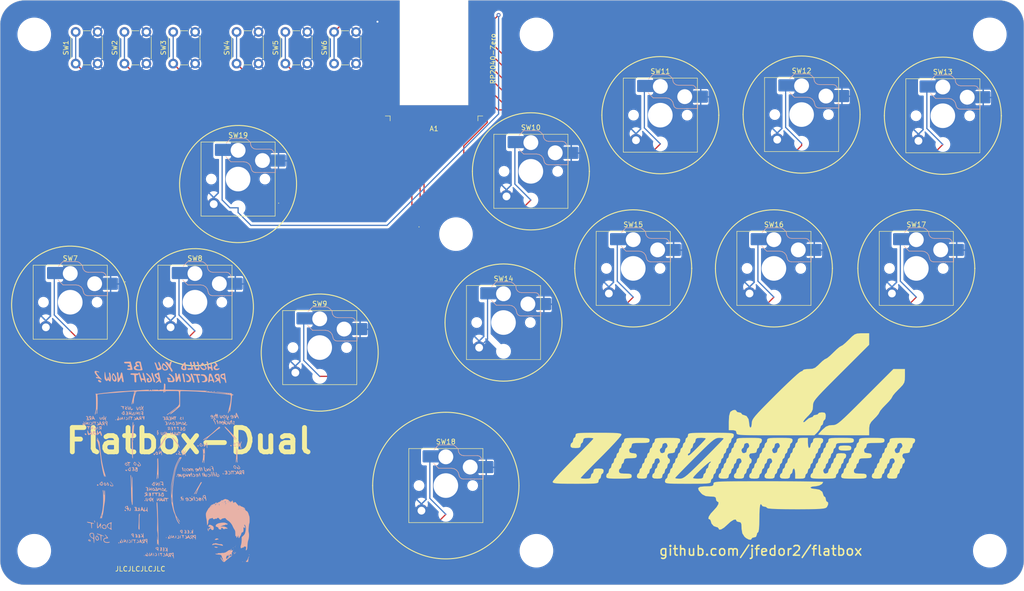
<source format=kicad_pcb>
(kicad_pcb (version 20221018) (generator pcbnew)
  (layers (0 "F.Cu" signal) (31 "B.Cu" signal) (34 "B.Paste" user) (35 "F.Paste" user) (36 "B.SilkS" user "B.Silkscreen") (37 "F.SilkS" user "F.Silkscreen") (38 "B.Mask" user) (39 "F.Mask" user) (44 "Edge.Cuts" user))
  (net 0 "")
  (net 1 "GND")
  (net 2 "LEFT")
  (net 3 "DOWN")
  (net 4 "RIGHT")
  (net 5 "UP")
  (net 6 "L1")
  (net 7 "R1")
  (net 8 "TRIANGLE")
  (net 9 "SQUARE")
  (net 10 "CIRCLE")
  (net 11 "CROSS")
  (net 12 "R2")
  (net 13 "L2")
  (net 14 "OPT1")
  (net 15 "OPT2")
  (net 16 "OPT3")
  (net 17 "OPT4")
  (net 18 "OPT5")
  (net 19 "OPT6")
  (net 23 "UP\\action")
  (footprint "PCM_Switch_Keyboard_Hotswap_Kailh:SW_Hotswap_Kailh_Choc_V1V2_Plated" (layer "F.Cu") (at 79.96535 91.98315)
    (fp_text reference "SW8")
    (fp_text value "SW_Push")
  )
  (footprint "PCM_Switch_Keyboard_Hotswap_Kailh:SW_Hotswap_Kailh_Choc_V1V2_Plated" (layer "F.Cu") (at 105.551488 101.29307)
    (fp_text reference "SW9")
    (fp_text value "SW_Push")
  )
  (footprint "PCM_Switch_Keyboard_Hotswap_Kailh:SW_Hotswap_Kailh_Choc_V1V2_Plated" (layer "F.Cu") (at 131.42 129.62)
    (fp_text reference "SW18")
    (fp_text value "SW_Push")
  )
  (footprint "PCM_Switch_Keyboard_Hotswap_Kailh:SW_Hotswap_Kailh_Choc_V1V2_Plated" (layer "F.Cu") (at 148.86 65.11)
    (fp_text reference "SW10")
    (fp_text value "SW_Push")
  )
  (footprint "PCM_Switch_Keyboard_Hotswap_Kailh:SW_Hotswap_Kailh_Choc_V1V2_Plated" (layer "F.Cu") (at 175.42 53.58)
    (fp_text reference "SW11")
    (fp_text value "SW_Push")
  )
  (footprint "PCM_Switch_Keyboard_Hotswap_Kailh:SW_Hotswap_Kailh_Choc_V1V2_Plated" (layer "F.Cu") (at 204.39 53.46)
    (fp_text reference "SW12")
    (fp_text value "SW_Push")
  )
  (footprint "PCM_Switch_Keyboard_Hotswap_Kailh:SW_Hotswap_Kailh_Choc_V1V2_Plated" (layer "F.Cu") (at 233.36 53.7)
    (fp_text reference "SW13")
    (fp_text value "SW_Push")
  )
  (footprint "PCM_Switch_Keyboard_Hotswap_Kailh:SW_Hotswap_Kailh_Choc_V1V2_Plated" (layer "F.Cu") (at 143.25 96.15)
    (fp_text reference "SW14")
    (fp_text value "SW_Push")
  )
  (footprint "PCM_Switch_Keyboard_Hotswap_Kailh:SW_Hotswap_Kailh_Choc_V1V2_Plated" (layer "F.Cu") (at 169.86 85.04)
    (fp_text reference "SW15")
    (fp_text value "SW_Push")
  )
  (footprint "PCM_Switch_Keyboard_Hotswap_Kailh:SW_Hotswap_Kailh_Choc_V1V2_Plated" (layer "F.Cu") (at 198.71 85.04)
    (fp_text reference "SW16")
    (fp_text value "SW_Push")
  )
  (footprint "PCM_Switch_Keyboard_Hotswap_Kailh:SW_Hotswap_Kailh_Choc_V1V2_Plated" (layer "F.Cu") (at 227.92 85.04)
    (fp_text reference "SW17")
    (fp_text value "SW_Push")
  )
  (footprint "MountingHole:MountingHole_6.4mm_M6" (layer "F.Cu") (at 47 37)
    (fp_text reference "H1" hide)
    (fp_text value "MountingHole")
  )
  (footprint "MountingHole:MountingHole_6.4mm_M6" (layer "F.Cu") (at 47 143)
    (fp_text reference "H4" hide)
    (fp_text value "MountingHole")
  )
  (footprint "MountingHole:MountingHole_6.4mm_M6" (layer "F.Cu") (at 243 143)
    (fp_text reference "H6" hide)
    (fp_text value "MountingHole")
  )
  (footprint "MountingHole:MountingHole_6.4mm_M6" (layer "F.Cu") (at 243 37)
    (fp_text reference "H3" hide)
    (fp_text value "MountingHole")
  )
  (footprint "PCM_Switch_Keyboard_Hotswap_Kailh:SW_Hotswap_Kailh_Choc_V1V2_Plated" (layer "F.Cu") (at 54.385121 91.98315)
    (fp_text reference "SW7")
    (fp_text value "SW_Push")
  )
  (footprint "MountingHole:MountingHole_6.4mm_M6" (layer "F.Cu") (at 150 37)
    (fp_text reference "H2" hide)
    (fp_text value "MountingHole")
  )
  (footprint "Button_Switch_THT:SW_PUSH_6mm_H5mm" (layer "F.Cu") (at 88.5 43 90)
    (fp_text reference "SW4")
    (fp_text value "SW_Push")
  )
  (footprint "Button_Switch_THT:SW_PUSH_6mm_H5mm" (layer "F.Cu") (at 65.5 43 90)
    (fp_text reference "SW2")
    (fp_text value "SW_Push")
  )
  (footprint "Button_Switch_THT:SW_PUSH_6mm_H5mm" (layer "F.Cu") (at 98.5 43 90)
    (fp_text reference "SW5")
    (fp_text value "SW_Push")
  )
  (footprint "Button_Switch_THT:SW_PUSH_6mm_H5mm" (layer "F.Cu") (at 55.5 43 90)
    (fp_text reference "SW1")
    (fp_text value "SW_Push")
  )
  (footprint "Button_Switch_THT:SW_PUSH_6mm_H5mm" (layer "F.Cu") (at 75.5 43 90)
    (fp_text reference "SW3")
    (fp_text value "SW_Push")
  )
  (footprint "Button_Switch_THT:SW_PUSH_6mm_H5mm" (layer "F.Cu") (at 108.5 43 90)
    (fp_text reference "SW6")
    (fp_text value "SW_Push")
  )
  (footprint "MountingHole:MountingHole_6.4mm_M6" (layer "F.Cu") (at 133.5 78)
    (fp_text reference "H7" hide)
    (fp_text value "MountingHole")
  )
  (footprint "MountingHole:MountingHole_6.4mm_M6" (layer "F.Cu") (at 150 143)
    (fp_text reference "H5" hide)
    (fp_text value "MountingHole")
  )
  (footprint "RP2040-Zero:RP2040-Zero" (layer "F.Cu") (at 129 42)
    (fp_text reference "A1")
    (fp_text value "RP2040-Zero")
  )
  (footprint "LOGO" (layer "F.Cu") (at 190.5 121.92)
    (fp_text reference "G***" hide)
    (fp_text value "LOGO" hide)
  )
  (footprint "PCM_Switch_Keyboard_Hotswap_Kailh:SW_Hotswap_Kailh_Choc_V1V2_Plated" (layer "F.Cu") (at 88.811691 66.698889)
    (fp_text reference "SW19")
    (fp_text value "SW_Push")
  )
  (footprint "LOGO" (layer "B.Cu") (at 73.66 124.46 180)
    (fp_text reference "G***" hide)
    (fp_text value "LOGO" hide)
  )
  (gr_line (start 216.382567 53.463258) (end 216.382567 53.463258) (stroke (width 0.2)) (layer "F.SilkS"))
  (gr_line (start 245.355098 53.699766) (end 245.355098 53.699766) (stroke (width 0.2)) (layer "F.SilkS"))
  (gr_curve (pts (xy 68.689181 88.90075) (xy 70.158811 84.862974) (xy 73.665117 81.913834) (xy 77.887306 81.164244)) (stroke (width 0.2)) (layer "F.SilkS"))
  (gr_curve (pts (xy 89.158672 85.266686) (xy 91.911229 88.554874) (xy 92.701546 93.067857) (xy 91.231914 97.105635)) (stroke (width 0.2)) (layer "F.SilkS"))
  (gr_curve (pts (xy 181.412661 63.9974) (xy 177.701476 66.145857) (xy 173.129108 66.145857) (xy 169.417923 63.9974)) (stroke (width 0.2)) (layer "F.SilkS"))
  (gr_curve (pts (xy 233.918028 74.621539) (xy 237.629213 76.769996) (xy 239.915397 80.740507) (xy 239.915397 85.037421)) (stroke (width 0.2)) (layer "F.SilkS"))
  (gr_line (start 187.41003 53.581518) (end 187.41003 53.581518) (stroke (width 0.2)) (layer "F.SilkS"))
  (gr_curve (pts (xy 233.918028 95.453303) (xy 230.206843 97.601759) (xy 225.634475 97.601759) (xy 221.92329 95.453303)) (stroke (width 0.2)) (layer "F.SilkS"))
  (gr_curve (pts (xy 123.913745 142.649412) (xy 119.271238 139.9618) (xy 116.411337 134.994889) (xy 116.411337 129.619665)) (stroke (width 0.2)) (layer "F.SilkS"))
  (gr_curve (pts (xy 204.70893 95.453303) (xy 200.997745 97.601759) (xy 196.425377 97.601759) (xy 192.714192 95.453303)) (stroke (width 0.2)) (layer "F.SilkS"))
  (gr_curve (pts (xy 192.714192 74.621539) (xy 196.425377 72.473082) (xy 200.997745 72.473082) (xy 204.70893 74.621539)) (stroke (width 0.2)) (layer "F.SilkS"))
  (gr_curve (pts (xy 239.915397 85.037421) (xy 239.915397 89.334334) (xy 237.629213 93.304846) (xy 233.918028 95.453303)) (stroke (width 0.2)) (layer "F.SilkS"))
  (gr_curve (pts (xy 142.865684 75.530868) (xy 139.154499 73.382411) (xy 136.868315 69.4119) (xy 136.868315 65.114986)) (stroke (width 0.2)) (layer "F.SilkS"))
  (gr_curve (pts (xy 210.706299 85.037421) (xy 210.706299 89.334334) (xy 208.420115 93.304846) (xy 204.70893 95.453303)) (stroke (width 0.2)) (layer "F.SilkS"))
  (gr_curve (pts (xy 210.385198 43.047376) (xy 214.096383 45.195832) (xy 216.382567 49.166344) (xy 216.382567 53.463258)) (stroke (width 0.2)) (layer "F.SilkS"))
  (gr_line (start 181.852021 85.037421) (end 181.852021 85.037421) (stroke (width 0.2)) (layer "F.SilkS"))
  (gr_curve (pts (xy 221.92329 95.453303) (xy 218.212105 93.304846) (xy 215.925921 89.334334) (xy 215.925921 85.037421)) (stroke (width 0.2)) (layer "F.SilkS"))
  (gr_curve (pts (xy 82.033789 104.842141) (xy 77.8116 105.591729) (xy 73.514981 104.027887) (xy 70.762423 100.739699)) (stroke (width 0.2)) (layer "F.SilkS"))
  (gr_curve (pts (xy 175.854652 95.453303) (xy 172.143467 97.601759) (xy 167.571099 97.601759) (xy 163.859914 95.453303)) (stroke (width 0.2)) (layer "F.SilkS"))
  (gr_line (start 239.915397 85.037421) (end 239.915397 85.037421) (stroke (width 0.2)) (layer "F.SilkS"))
  (gr_curve (pts (xy 186.716823 85.037421) (xy 186.716823 80.740507) (xy 189.003008 76.769996) (xy 192.714192 74.621539)) (stroke (width 0.2)) (layer "F.SilkS"))
  (gr_curve (pts (xy 138.918561 142.649412) (xy 134.276055 145.337024) (xy 128.556251 145.337024) (xy 123.913745 142.649412)) (stroke (width 0.2)) (layer "F.SilkS"))
  (gr_curve (pts (xy 169.417923 43.165636) (xy 173.129108 41.01718) (xy 177.701476 41.01718) (xy 181.412661 43.165636)) (stroke (width 0.2)) (layer "F.SilkS"))
  (gr_curve (pts (xy 63.55 84.75) (xy 66.302557 88.038189) (xy 67.092873 92.551171) (xy 65.623242 96.588949)) (stroke (width 0.2)) (layer "F.SilkS"))
  (gr_curve (pts (xy 245.355098 53.699766) (xy 245.355097 60.342218) (xy 239.98487 65.72699) (xy 233.36036 65.72699)) (stroke (width 0.2)) (layer "F.SilkS"))
  (gr_curve (pts (xy 160.857791 65.114986) (xy 160.857791 69.4119) (xy 158.571607 73.382411) (xy 154.860422 75.530868)) (stroke (width 0.2)) (layer "F.SilkS"))
  (gr_curve (pts (xy 52.278634 80.647558) (xy 56.500822 79.897969) (xy 60.797443 81.461811) (xy 63.55 84.75)) (stroke (width 0.2)) (layer "F.SilkS"))
  (gr_curve (pts (xy 131.255108 96.153426) (xy 131.255108 91.856513) (xy 133.541293 87.886001) (xy 137.252477 85.737546)) (stroke (width 0.2)) (layer "F.SilkS"))
  (gr_curve (pts (xy 192.393091 53.463258) (xy 192.393091 49.166344) (xy 194.679275 45.195832) (xy 198.39046 43.047376)) (stroke (width 0.2)) (layer "F.SilkS"))
  (gr_curve (pts (xy 107.626071 114.15697) (xy 103.403884 114.906559) (xy 99.107263 113.342717) (xy 96.354705 110.054529)) (stroke (width 0.2)) (layer "F.SilkS"))
  (gr_curve (pts (xy 94.281464 98.21558) (xy 95.751095 94.177801) (xy 99.257399 91.228663) (xy 103.479588 90.479074)) (stroke (width 0.2)) (layer "F.SilkS"))
  (gr_curve (pts (xy 137.252477 85.737546) (xy 140.963662 83.589088) (xy 145.53603 83.589088) (xy 149.247215 85.737546)) (stroke (width 0.2)) (layer "F.SilkS"))
  (gr_curve (pts (xy 154.860422 54.699104) (xy 158.571607 56.847561) (xy 160.857791 60.818073) (xy 160.857791 65.114986)) (stroke (width 0.2)) (layer "F.SilkS"))
  (gr_curve (pts (xy 98.005014 59.982425) (xy 100.757571 63.270615) (xy 101.547887 67.783597) (xy 100.078256 71.821374)) (stroke (width 0.2)) (layer "F.SilkS"))
  (gr_curve (pts (xy 221.92329 74.621539) (xy 225.634475 72.473082) (xy 230.206843 72.473082) (xy 233.918028 74.621539)) (stroke (width 0.2)) (layer "F.SilkS"))
  (gr_line (start 155.244584 96.153426) (end 155.244584 96.153426) (stroke (width 0.2)) (layer "F.SilkS"))
  (gr_curve (pts (xy 181.852021 85.037421) (xy 181.852021 89.334334) (xy 179.565837 93.304846) (xy 175.854652 95.453303)) (stroke (width 0.2)) (layer "F.SilkS"))
  (gr_curve (pts (xy 138.918561 116.589918) (xy 143.561067 119.277529) (xy 146.420969 124.244441) (xy 146.420969 129.619665)) (stroke (width 0.2)) (layer "F.SilkS"))
  (gr_curve (pts (xy 56.425117 104.325455) (xy 52.202929 105.075044) (xy 47.906309 103.511202) (xy 45.153751 100.223013)) (stroke (width 0.2)) (layer "F.SilkS"))
  (gr_curve (pts (xy 227.362991 43.283884) (xy 231.074176 41.135427) (xy 235.646544 41.135427) (xy 239.357729 43.283884)) (stroke (width 0.2)) (layer "F.SilkS"))
  (gr_curve (pts (xy 169.417923 63.9974) (xy 165.706739 61.848943) (xy 163.420555 57.878432) (xy 163.420555 53.581518)) (stroke (width 0.2)) (layer "F.SilkS"))
  (gr_curve (pts (xy 116.411337 129.619665) (xy 116.411337 124.244441) (xy 119.271238 119.277529) (xy 123.913745 116.589918)) (stroke (width 0.2)) (layer "F.SilkS"))
  (gr_line (start 160.857791 65.114986) (end 160.857791 65.114986) (stroke (width 0.2)) (layer "F.SilkS"))
  (gr_curve (pts (xy 149.247215 85.737546) (xy 152.9584 87.886001) (xy 155.244584 91.856513) (xy 155.244584 96.153426)) (stroke (width 0.2)) (layer "F.SilkS"))
  (gr_curve (pts (xy 215.925921 85.037421) (xy 215.925921 80.740507) (xy 218.212105 76.769996) (xy 221.92329 74.621539)) (stroke (width 0.2)) (layer "F.SilkS"))
  (gr_curve (pts (xy 163.859914 95.453303) (xy 160.148729 93.304846) (xy 157.862545 89.334334) (xy 157.862545 85.037421)) (stroke (width 0.2)) (layer "F.SilkS"))
  (gr_curve (pts (xy 181.412661 43.165636) (xy 185.123846 45.314093) (xy 187.41003 49.284605) (xy 187.41003 53.581518)) (stroke (width 0.2)) (layer "F.SilkS"))
  (gr_curve (pts (xy 163.859914 74.621539) (xy 167.571099 72.473082) (xy 172.143467 72.473082) (xy 175.854652 74.621539)) (stroke (width 0.2)) (layer "F.SilkS"))
  (gr_curve (pts (xy 239.357729 43.283884) (xy 243.068914 45.432341) (xy 245.355098 49.402853) (xy 245.355098 53.699766)) (stroke (width 0.2)) (layer "F.SilkS"))
  (gr_curve (pts (xy 65.623242 96.588949) (xy 64.153612 100.626724) (xy 60.647306 103.575866) (xy 56.425117 104.325455)) (stroke (width 0.2)) (layer "F.SilkS"))
  (gr_curve (pts (xy 163.420555 53.581518) (xy 163.420555 49.284605) (xy 165.706739 45.314093) (xy 169.417923 43.165636)) (stroke (width 0.2)) (layer "F.SilkS"))
  (gr_line (start 65.655028 87.79641) (end 65.655028 87.79641) (stroke (width 0.2)) (layer "F.SilkS"))
  (gr_curve (pts (xy 103.479588 90.479074) (xy 107.701777 89.729484) (xy 111.998397 91.293326) (xy 114.750954 94.581515)) (stroke (width 0.2)) (layer "F.SilkS"))
  (gr_curve (pts (xy 146.420969 129.619665) (xy 146.420969 134.994889) (xy 143.561067 139.9618) (xy 138.918561 142.649412)) (stroke (width 0.2)) (layer "F.SilkS"))
  (gr_curve (pts (xy 157.862545 85.037421) (xy 157.862545 80.740507) (xy 160.148729 76.769996) (xy 163.859914 74.621539)) (stroke (width 0.2)) (layer "F.SilkS"))
  (gr_curve (pts (xy 79.608765 75.455438) (xy 76.856207 72.167249) (xy 76.065891 67.654268) (xy 77.535523 63.616489)) (stroke (width 0.2)) (layer "F.SilkS"))
  (gr_curve (pts (xy 114.750954 94.581515) (xy 117.503512 97.869705) (xy 118.293828 102.382685) (xy 116.824196 106.420464)) (stroke (width 0.2)) (layer "F.SilkS"))
  (gr_curve (pts (xy 123.913745 116.589918) (xy 128.556251 113.902306) (xy 134.276055 113.902306) (xy 138.918561 116.589918)) (stroke (width 0.2)) (layer "F.SilkS"))
  (gr_curve (pts (xy 96.354705 110.054529) (xy 93.602148 106.766339) (xy 92.811834 102.253357) (xy 94.281464 98.21558)) (stroke (width 0.2)) (layer "F.SilkS"))
  (gr_curve (pts (xy 210.385198 63.879139) (xy 206.674013 66.027596) (xy 202.101645 66.027596) (xy 198.39046 63.879139)) (stroke (width 0.2)) (layer "F.SilkS"))
  (gr_curve (pts (xy 221.365622 53.699766) (xy 221.365622 49.402853) (xy 223.651806 45.432341) (xy 227.362991 43.283884)) (stroke (width 0.2)) (layer "F.SilkS"))
  (gr_curve (pts (xy 70.762423 100.739699) (xy 68.009866 97.45151) (xy 67.21955 92.938528) (xy 68.689181 88.90075)) (stroke (width 0.2)) (layer "F.SilkS"))
  (gr_curve (pts (xy 187.41003 53.581518) (xy 187.41003 57.878432) (xy 185.123846 61.848943) (xy 181.412661 63.9974)) (stroke (width 0.2)) (layer "F.SilkS"))
  (gr_curve (pts (xy 198.39046 63.879139) (xy 194.679275 61.730683) (xy 192.393091 57.760171) (xy 192.393091 53.463258)) (stroke (width 0.2)) (layer "F.SilkS"))
  (gr_curve (pts (xy 137.252477 106.569308) (xy 133.541293 104.420852) (xy 131.255108 100.45034) (xy 131.255108 96.153426)) (stroke (width 0.2)) (layer "F.SilkS"))
  (gr_curve (pts (xy 77.887306 81.164244) (xy 82.109494 80.414656) (xy 86.406114 81.978498) (xy 89.158672 85.266686)) (stroke (width 0.2)) (layer "F.SilkS"))
  (gr_curve (pts (xy 136.868315 65.114986) (xy 136.868315 60.818073) (xy 139.154499 56.847561) (xy 142.865684 54.699104)) (stroke (width 0.2)) (layer "F.SilkS"))
  (gr_line (start 125.917273 76.523042) (end 125.917273 76.523042) (stroke (width 0.2)) (layer "F.SilkS"))
  (gr_line (start 97.130699 71.64215) (end 97.130699 71.64215) (stroke (width 0.2)) (layer "F.SilkS"))
  (gr_curve (pts (xy 77.535523 63.616489) (xy 79.005153 59.578713) (xy 82.511459 56.629572) (xy 86.733648 55.879982)) (stroke (width 0.2)) (layer "F.SilkS"))
  (gr_curve (pts (xy 149.247215 106.569308) (xy 145.53603 108.717765) (xy 140.963662 108.717765) (xy 137.252477 106.569308)) (stroke (width 0.2)) (layer "F.SilkS"))
  (gr_curve (pts (xy 100.078256 71.821374) (xy 98.608625 75.859152) (xy 95.10232 78.808291) (xy 90.880131 79.55788)) (stroke (width 0.2)) (layer "F.SilkS"))
  (gr_curve (pts (xy 155.244584 96.153426) (xy 155.244584 100.45034) (xy 152.9584 104.420852) (xy 149.247215 106.569308)) (stroke (width 0.2)) (layer "F.SilkS"))
  (gr_curve (pts (xy 91.231914 97.105635) (xy 89.762283 101.143412) (xy 86.255978 104.092551) (xy 82.033789 104.842141)) (stroke (width 0.2)) (layer "F.SilkS"))
  (gr_curve (pts (xy 192.714192 95.453303) (xy 189.003008 93.304846) (xy 186.716823 89.334334) (xy 186.716823 85.037421)) (stroke (width 0.2)) (layer "F.SilkS"))
  (gr_curve (pts (xy 175.854652 74.621539) (xy 179.565837 76.769996) (xy 181.852021 80.740507) (xy 181.852021 85.037421)) (stroke (width 0.2)) (layer "F.SilkS"))
  (gr_curve (pts (xy 86.733648 55.879982) (xy 90.955835 55.130395) (xy 95.252456 56.694237) (xy 98.005014 59.982425)) (stroke (width 0.2)) (layer "F.SilkS"))
  (gr_curve (pts (xy 45.153751 100.223013) (xy 42.401193 96.934824) (xy 41.610878 92.421842) (xy 43.08051 88.384064)) (stroke (width 0.2)) (layer "F.SilkS"))
  (gr_curve (pts (xy 43.08051 88.384064) (xy 44.55014 84.346287) (xy 48.056445 81.397147) (xy 52.278634 80.647558)) (stroke (width 0.2)) (layer "F.SilkS"))
  (gr_line (start 146.420969 129.619665) (end 146.420969 129.619665) (stroke (width 0.2)) (layer "F.SilkS"))
  (gr_curve (pts (xy 116.824196 106.420464) (xy 115.354566 110.458241) (xy 111.84826 113.407381) (xy 107.626071 114.15697)) (stroke (width 0.2)) (layer "F.SilkS"))
  (gr_curve (pts (xy 233.36036 65.72699) (xy 226.73585 65.72699) (xy 221.365623 60.342218) (xy 221.365622 53.699766)) (stroke (width 0.2)) (layer "F.SilkS"))
  (gr_curve (pts (xy 154.860422 75.530868) (xy 151.149237 77.679325) (xy 146.576869 77.679325) (xy 142.865684 75.530868)) (stroke (width 0.2)) (layer "F.SilkS"))
  (gr_curve (pts (xy 90.880131 79.55788) (xy 86.657942 80.307469) (xy 82.361323 78.743628) (xy 79.608765 75.455438)) (stroke (width 0.2)) (layer "F.SilkS"))
  (gr_curve (pts (xy 204.70893 74.621539) (xy 208.420115 76.769996) (xy 210.706299 80.740507) (xy 210.706299 85.037421)) (stroke (width 0.2)) (layer "F.SilkS"))
  (gr_curve (pts (xy 198.39046 43.047376) (xy 202.101645 40.898919) (xy 206.674013 40.898919) (xy 210.385198 43.047376)) (stroke (width 0.2)) (layer "F.SilkS"))
  (gr_curve (pts (xy 216.382567 53.463258) (xy 216.382567 57.760171) (xy 214.096383 61.730683) (xy 210.385198 63.879139)) (stroke (width 0.2)) (layer "F.SilkS"))
  (gr_curve (pts (xy 142.865684 54.699104) (xy 146.576869 52.550648) (xy 151.149237 52.550648) (xy 154.860422 54.699104)) (stroke (width 0.2)) (layer "F.SilkS"))
  (gr_line (start 210.706299 85.037421) (end 210.706299 85.037421) (stroke (width 0.2)) (layer "F.SilkS"))
  (gr_line (start 250 35) (end 250 145) (stroke (width 0.05)) (layer "Edge.Cuts"))
  (gr_line (start 245 150) (end 45 150) (stroke (width 0.05)) (layer "Edge.Cuts"))
  (gr_line (start 40 145) (end 40 35) (stroke (width 0.05)) (layer "Edge.Cuts"))
  (gr_line (start 45 30) (end 122 30) (stroke (width 0.05)) (layer "Edge.Cuts"))
  (gr_line (start 136 30) (end 245 30) (stroke (width 0.05)) (layer "Edge.Cuts"))
  (gr_line (start 122 30) (end 122 51.5) (stroke (width 0.05)) (layer "Edge.Cuts"))
  (gr_arc (start 40 35) (mid 41.464466 31.464466) (end 45 30) (stroke (width 0.05)) (layer "Edge.Cuts"))
  (gr_line (start 136 51.5) (end 136 30) (stroke (width 0.05)) (layer "Edge.Cuts"))
  (gr_arc (start 45 150) (mid 41.464466 148.535534) (end 40 145) (stroke (width 0.05)) (layer "Edge.Cuts"))
  (gr_arc (start 250 145) (mid 248.535534 148.535534) (end 245 150) (stroke (width 0.05)) (layer "Edge.Cuts"))
  (gr_arc (start 245 30) (mid 248.535534 31.464466) (end 250 35) (stroke (width 0.05)) (layer "Edge.Cuts"))
  (gr_line (start 122 51.5) (end 136 51.5) (stroke (width 0.05)) (layer "Edge.Cuts"))
  (gr_text "JLCJLCJLCJLC" (at 63.5 147.32) (layer "F.SilkS") (effects (font (size 1 1)) (justify left bottom)))
  (gr_text "RP2040-Zero" (at 141.1 42 90) (layer "F.SilkS") (effects (font (size 1 1))))
  (gr_text "\n\n\n\n" (at 82 143) (layer "F.SilkS") (effects (font (size 2 2) (thickness 0.3))))
  (gr_text "github.com/jfedor2/flatbox" (at 196 143) (layer "F.SilkS") (effects (font (size 2 2) (thickness 0.3))))
  (gr_text "Flatbox-Dual\n\n" (at 78.74 124.46) (layer "F.SilkS") (effects (font (size 5 5) (thickness 1))))
  (segment (start 117.42 34.38) (end 117.4 34.4) (width 0.381) (layer "F.Cu") (net 1))
  (segment (start 119.84 34.38) (end 117.42 34.38) (width 0.381) (layer "F.Cu") (net 1))
  (via (at 117.4 34.4) (size 0.8) (drill 0.4) (layers "F.Cu" "B.Cu") (net 1))
  (segment (start 77.15 51.6) (end 66.04 62.71) (width 0.254) (layer "F.Cu") (net 2))
  (segment (start 58.101971 101.6) (end 54.385121 97.88315) (width 0.254) (layer "F.Cu") (net 2))
  (segment (start 108.7 51.6) (end 77.15 51.6) (width 0.254) (layer "F.Cu") (net 2))
  (segment (start 63.5 101.6) (end 58.101971 101.6) (width 0.254) (layer "F.Cu") (net 2))
  (segment (start 66.04 99.06) (end 63.5 101.6) (width 0.254) (layer "F.Cu") (net 2))
  (segment (start 123.92 54.58) (end 122.4 56.1) (width 0.254) (layer "F.Cu") (net 2))
  (segment (start 113.2 56.1) (end 108.7 51.6) (width 0.254) (layer "F.Cu") (net 2))
  (segment (start 122.4 56.1) (end 113.2 56.1) (width 0.254) (layer "F.Cu") (net 2))
  (segment (start 66.04 62.71) (end 66.04 99.06) (width 0.254) (layer "F.Cu") (net 2))
  (segment (start 123.92 53.7) (end 123.92 54.58) (width 0.254) (layer "F.Cu") (net 2))
  (segment (start 51.110121 86.03315) (end 51.110121 94.60815) (width 0.254) (layer "B.Cu") (net 2))
  (segment (start 51.110121 94.60815) (end 54.385121 97.88315) (width 0.254) (layer "B.Cu") (net 2))
  (segment (start 68.58 99.06) (end 71.12 101.6) (width 0.254) (layer "F.Cu") (net 3))
  (segment (start 71.12 101.6) (end 76.2 101.6) (width 0.254) (layer "F.Cu") (net 3))
  (segment (start 126.46 54.54) (end 123.3 57.7) (width 0.254) (layer "F.Cu") (net 3))
  (segment (start 78.7885 99.06) (end 79.96535 97.88315) (width 0.254) (layer "F.Cu") (net 3))
  (segment (start 78.74 99.06) (end 78.7885 99.06) (width 0.254) (layer "F.Cu") (net 3))
  (segment (start 78.74 53.34) (end 68.58 63.5) (width 0.254) (layer "F.Cu") (net 3))
  (segment (start 126.46 53.7) (end 126.46 54.54) (width 0.254) (layer "F.Cu") (net 3))
  (segment (start 68.58 63.5) (end 68.58 99.06) (width 0.254) (layer "F.Cu") (net 3))
  (segment (start 112.95 57.7) (end 108.59 53.34) (width 0.254) (layer "F.Cu") (net 3))
  (segment (start 76.2 101.6) (end 78.74 99.06) (width 0.254) (layer "F.Cu") (net 3))
  (segment (start 123.3 57.7) (end 112.95 57.7) (width 0.254) (layer "F.Cu") (net 3))
  (segment (start 108.59 53.34) (end 78.74 53.34) (width 0.254) (layer "F.Cu") (net 3))
  (segment (start 76.69035 94.60815) (end 79.96535 97.88315) (width 0.254) (layer "B.Cu") (net 3))
  (segment (start 76.69035 86.03315) (end 76.69035 94.60815) (width 0.254) (layer "B.Cu") (net 3))
  (segment (start 107.19307 107.19307) (end 105.551488 107.19307) (width 0.254) (layer "F.Cu") (net 4))
  (segment (start 129 53.7) (end 129 54.5) (width 0.254) (layer "F.Cu") (net 4))
  (segment (start 111.76 111.76) (end 107.19307 107.19307) (width 0.254) (layer "F.Cu") (net 4))
  (segment (start 124.46 59.04) (end 124.46 101.6) (width 0.254) (layer "F.Cu") (net 4))
  (segment (start 124.46 101.6) (end 114.3 111.76) (width 0.254) (layer "F.Cu") (net 4))
  (segment (start 114.3 111.76) (end 111.76 111.76) (width 0.254) (layer "F.Cu") (net 4))
  (segment (start 129 54.5) (end 124.46 59.04) (width 0.254) (layer "F.Cu") (net 4))
  (segment (start 102.276488 103.91807) (end 105.551488 107.19307) (width 0.254) (layer "B.Cu") (net 4))
  (segment (start 102.276488 95.34307) (end 102.276488 103.91807) (width 0.254) (layer "B.Cu") (net 4))
  (segment (start 131.54 53.7) (end 131.54 54.36) (width 0.254) (layer "F.Cu") (net 5))
  (segment (start 131.54 54.36) (end 126.14599 59.75401) (width 0.254) (layer "F.Cu") (net 5))
  (segment (start 114.2 140.5) (end 117.45 143.75) (width 0.254) (layer "F.Cu") (net 5))
  (segment (start 126.14599 102.80401) (end 114.2 114.75) (width 0.254) (layer "F.Cu") (net 5))
  (segment (start 117.45 143.75) (end 123.19 143.75) (width 0.254) (layer "F.Cu") (net 5))
  (segment (start 114.2 114.75) (end 114.2 140.5) (width 0.254) (layer "F.Cu") (net 5))
  (segment (start 123.19 143.75) (end 131.42 135.52) (width 0.254) (layer "F.Cu") (net 5))
  (segment (start 126.14599 59.75401) (end 126.14599 102.80401) (width 0.254) (layer "F.Cu") (net 5))
  (segment (start 128.145 123.67) (end 128.145 132.245) (width 0.254) (layer "B.Cu") (net 5))
  (segment (start 128.145 132.245) (end 131.42 135.52) (width 0.254) (layer "B.Cu") (net 5))
  (segment (start 138.16 36.92) (end 138.92 36.92) (width 0.254) (layer "F.Cu") (net 6))
  (segment (start 153.375 46.6) (end 161.575 38.4) (width 0.254) (layer "F.Cu") (net 6))
  (segment (start 138.92 36.92) (end 148.6 46.6) (width 0.254) (layer "F.Cu") (net 6))
  (segment (start 227.81 65.15) (end 233.36 59.6) (width 0.254) (layer "F.Cu") (net 6))
  (segment (start 223.4 65.15) (end 227.81 65.15) (width 0.254) (layer "F.Cu") (net 6))
  (segment (start 148.6 46.6) (end 153.375 46.6) (width 0.254) (layer "F.Cu") (net 6))
  (segment (start 161.575 38.4) (end 210.45 38.4) (width 0.254) (layer "F.Cu") (net 6))
  (segment (start 210.45 38.4) (end 219.8 47.75) (width 0.254) (layer "F.Cu") (net 6))
  (segment (start 219.8 47.75) (end 219.8 61.55) (width 0.254) (layer "F.Cu") (net 6))
  (segment (start 219.8 61.55) (end 223.4 65.15) (width 0.254) (layer "F.Cu") (net 6))
  (segment (start 230.085 56.325) (end 233.36 59.6) (width 0.254) (layer "B.Cu") (net 6))
  (segment (start 230.085 47.75) (end 230.085 56.325) (width 0.254) (layer "B.Cu") (net 6))
  (segment (start 139 42) (end 145.2 48.2) (width 0.254) (layer "F.Cu") (net 7))
  (segment (start 190.9 62.85) (end 193.9 65.85) (width 0.254) (layer "F.Cu") (net 7))
  (segment (start 145.2 48.2) (end 154.2 48.2) (width 0.254) (layer "F.Cu") (net 7))
  (segment (start 204.39 59.81) (end 204.39 59.36) (width 0.254) (layer "F.Cu") (net 7))
  (segment (start 198.35 65.85) (end 204.39 59.81) (width 0.254) (layer "F.Cu") (net 7))
  (segment (start 154.2 48.2) (end 162.4 40) (width 0.254) (layer "F.Cu") (net 7))
  (segment (start 193.9 65.85) (end 198.35 65.85) (width 0.254) (layer "F.Cu") (net 7))
  (segment (start 184.25 40) (end 190.9 46.65) (width 0.254) (layer "F.Cu") (net 7))
  (segment (start 162.4 40) (end 184.25 40) (width 0.254) (layer "F.Cu") (net 7))
  (segment (start 190.9 46.65) (end 190.9 62.85) (width 0.254) (layer "F.Cu") (net 7))
  (segment (start 201.115 47.51) (end 201.115 56.085) (width 0.254) (layer "B.Cu") (net 7))
  (segment (start 201.115 56.085) (end 204.39 59.36) (width 0.254) (layer "B.Cu") (net 7))
  (segment (start 138.16 47.08) (end 139.08 47.08) (width 0.254) (layer "F.Cu") (net 8))
  (segment (start 157 51.6) (end 162.65 57.25) (width 0.254) (layer "F.Cu") (net 8))
  (segment (start 143.6 51.6) (end 157 51.6) (width 0.254) (layer "F.Cu") (net 8))
  (segment (start 162.65 57.25) (end 162.65 61.75) (width 0.254) (layer "F.Cu") (net 8))
  (segment (start 169.85 65.05) (end 175.42 59.48) (width 0.254) (layer "F.Cu") (net 8))
  (segment (start 165.95 65.05) (end 169.85 65.05) (width 0.254) (layer "F.Cu") (net 8))
  (segment (start 162.65 61.75) (end 165.95 65.05) (width 0.254) (layer "F.Cu") (net 8))
  (segment (start 139.08 47.08) (end 143.6 51.6) (width 0.254) (layer "F.Cu") (net 8))
  (segment (start 172.145 47.63) (end 172.145 56.205) (width 0.254) (layer "B.Cu") (net 8))
  (segment (start 172.145 56.205) (end 175.42 59.48) (width 0.254) (layer "B.Cu") (net 8))
  (segment (start 135.1 69.6) (end 141.85 76.35) (width 0.254) (layer "F.Cu") (net 9))
  (segment (start 138.16 52.16) (end 138.96 52.16) (width 0.254) (layer "F.Cu") (net 9))
  (segment (start 135.1 59.9) (end 135.1 69.6) (width 0.254) (layer "F.Cu") (net 9))
  (segment (start 143.52 76.35) (end 148.86 71.01) (width 0.254) (layer "F.Cu") (net 9))
  (segment (start 141.85 76.35) (end 143.52 76.35) (width 0.254) (layer "F.Cu") (net 9))
  (segment (start 139.9 53.1) (end 139.9 55.1) (width 0.254) (layer "F.Cu") (net 9))
  (segment (start 138.96 52.16) (end 139.9 53.1) (width 0.254) (layer "F.Cu") (net 9))
  (segment (start 139.9 55.1) (end 135.1 59.9) (width 0.254) (layer "F.Cu") (net 9))
  (segment (start 145.585 59.16) (end 145.585 67.735) (width 0.254) (layer "B.Cu") (net 9))
  (segment (start 145.585 67.735) (end 148.86 71.01) (width 0.254) (layer "B.Cu") (net 9))
  (segment (start 142.1 52.5) (end 156.525 52.5) (width 0.254) (layer "F.Cu") (net 10))
  (segment (start 161.75 72.95) (end 156.65 78.05) (width 0.254) (layer "F.Cu") (net 10))
  (segment (start 138.16 49.62) (end 139.22 49.62) (width 0.254) (layer "F.Cu") (net 10))
  (segment (start 156.65 92.95) (end 160.4 96.7) (width 0.254) (layer "F.Cu") (net 10))
  (segment (start 160.4 96.7) (end 164.1 96.7) (width 0.254) (layer "F.Cu") (net 10))
  (segment (start 161.75 57.725) (end 161.75 72.95) (width 0.254) (layer "F.Cu") (net 10))
  (segment (start 139.22 49.62) (end 142.1 52.5) (width 0.254) (layer "F.Cu") (net 10))
  (segment (start 156.65 78.05) (end 156.65 92.95) (width 0.254) (layer "F.Cu") (net 10))
  (segment (start 156.525 52.5) (end 161.75 57.725) (width 0.254) (layer "F.Cu") (net 10))
  (segment (start 164.1 96.7) (end 169.86 90.94) (width 0.254) (layer "F.Cu") (net 10))
  (segment (start 166.585 79.09) (end 166.585 87.665) (width 0.254) (layer "B.Cu") (net 10))
  (segment (start 166.585 87.665) (end 169.86 90.94) (width 0.254) (layer "B.Cu") (net 10))
  (segment (start 128.29 104.14) (end 135.41 104.14) (width 0.254) (layer "F.Cu") (net 11))
  (segment (start 135.41 104.14) (end 138.25 101.3) (width 0.254) (layer "F.Cu") (net 11))
  (segment (start 126.95 102.8) (end 128.29 104.14) (width 0.254) (layer "F.Cu") (net 11))
  (segment (start 134.08 53.7) (end 134.08 54.42) (width 0.254) (layer "F.Cu") (net 11))
  (segment (start 126.95 61.55) (end 126.95 102.8) (width 0.254) (layer "F.Cu") (net 11))
  (segment (start 134.08 54.42) (end 126.95 61.55) (width 0.254) (layer "F.Cu") (net 11))
  (segment (start 139.975 90.2) (end 139.975 99.575) (width 0.254) (layer "B.Cu") (net 11))
  (segment (start 139.975 99.575) (end 138.25 101.3) (width 0.254) (layer "B.Cu") (net 11))
  (segment (start 188.7 75.35) (end 184.25 79.8) (width 0.254) (layer "F.Cu") (net 12))
  (segment (start 182.35 40.8) (end 188.7 47.15) (width 0.254) (layer "F.Cu") (net 12))
  (segment (start 192.6 97.05) (end 198.71 90.94) (width 0.254) (layer "F.Cu") (net 12))
  (segment (start 138.16 44.54) (end 139.04 44.54) (width 0.254) (layer "F.Cu") (net 12))
  (segment (start 154.6 49) (end 162.8 40.8) (width 0.254) (layer "F.Cu") (net 12))
  (segment (start 188.7 47.15) (end 188.7 75.35) (width 0.254) (layer "F.Cu") (net 12))
  (segment (start 139.04 44.54) (end 143.5 49) (width 0.254) (layer "F.Cu") (net 12))
  (segment (start 184.25 92.7) (end 188.6 97.05) (width 0.254) (layer "F.Cu") (net 12))
  (segment (start 162.8 40.8) (end 182.35 40.8) (width 0.254) (layer "F.Cu") (net 12))
  (segment (start 188.6 97.05) (end 192.6 97.05) (width 0.254) (layer "F.Cu") (net 12))
  (segment (start 184.25 79.8) (end 184.25 92.7) (width 0.254) (layer "F.Cu") (net 12))
  (segment (start 143.5 49) (end 154.6 49) (width 0.254) (layer "F.Cu") (net 12))
  (segment (start 195.435 79.09) (end 195.435 87.665) (width 0.254) (layer "B.Cu") (net 12))
  (segment (start 195.435 87.665) (end 198.71 90.94) (width 0.254) (layer "B.Cu") (net 12))
  (segment (start 208.6 39.2) (end 218 48.6) (width 0.254) (layer "F.Cu") (net 13))
  (segment (start 214 79.25) (end 214 93.75) (width 0.254) (layer "F.Cu") (net 13))
  (segment (start 162 39.2) (end 208.6 39.2) (width 0.254) (layer "F.Cu") (net 13))
  (segment (start 218 75.25) (end 214 79.25) (width 0.254) (layer "F.Cu") (net 13))
  (segment (start 217.25 97) (end 221.86 97) (width 0.254) (layer "F.Cu") (net 13))
  (segment (start 138.16 39.46) (end 139.06 39.46) (width 0.254) (layer "F.Cu") (net 13))
  (segment (start 214 93.75) (end 217.25 97) (width 0.254) (layer "F.Cu") (net 13))
  (segment (start 221.86 97) (end 227.92 90.94) (width 0.254) (layer "F.Cu") (net 13))
  (segment (start 139.06 39.46) (end 147 47.4) (width 0.254) (layer "F.Cu") (net 13))
  (segment (start 218 48.6) (end 218 75.25) (width 0.254) (layer "F.Cu") (net 13))
  (segment (start 147 47.4) (end 153.8 47.4) (width 0.254) (layer "F.Cu") (net 13))
  (segment (start 153.8 47.4) (end 162 39.2) (width 0.254) (layer "F.Cu") (net 13))
  (segment (start 224.645 87.665) (end 227.92 90.94) (width 0.254) (layer "B.Cu") (net 13))
  (segment (start 224.645 79.09) (end 224.645 87.665) (width 0.254) (layer "B.Cu") (net 13))
  (segment (start 119.84 52.16) (end 119.06 52.16) (width 0.254) (layer "F.Cu") (net 14))
  (segment (start 115.7 48.8) (end 61.3 48.8) (width 0.254) (layer "F.Cu") (net 14))
  (segment (start 61.3 48.8) (end 55.5 43) (width 0.254) (layer "F.Cu") (net 14))
  (segment (start 119.06 52.16) (end 115.7 48.8) (width 0.254) (layer "F.Cu") (net 14))
  (segment (start 55.5 36.5) (end 55.5 43) (width 0.254) (layer "B.Cu") (net 14))
  (segment (start 70.5 48) (end 65.5 43) (width 0.254) (layer "F.Cu") (net 15))
  (segment (start 118.72 49.62) (end 117.1 48) (width 0.254) (layer "F.Cu") (net 15))
  (segment (start 119.84 49.62) (end 118.72 49.62) (width 0.254) (layer "F.Cu") (net 15))
  (segment (start 117.1 48) (end 70.5 48) (width 0.254) (layer "F.Cu") (net 15))
  (segment (start 65.5 36.5) (end 65.5 43) (width 0.254) (layer "B.Cu") (net 15))
  (segment (start 119.84 47.08) (end 119.72 47.2) (width 0.254) (layer "F.Cu") (net 16))
  (segment (start 79.7 47.2) (end 75.5 43) (width 0.254) (layer "F.Cu") (net 16))
  (segment (start 119.72 47.2) (end 79.7 47.2) (width 0.254) (layer "F.Cu") (net 16))
  (segment (start 75.5 36.5) (end 75.5 43) (width 0.254) (layer "B.Cu") (net 16))
  (segment (start 91.9 46.4) (end 88.5 43) (width 0.254) (layer "F.Cu") (net 17))
  (segment (start 117.05 46.4) (end 91.9 46.4) (width 0.254) (layer "F.Cu") (net 17))
  (segment (start 118.91 44.54) (end 117.05 46.4) (width 0.254) (layer "F.Cu") (net 17))
  (segment (start 119.84 44.54) (end 118.91 44.54) (width 0.254) (layer "F.Cu") (net 17))
  (segment (start 88.5 36.5) (end 88.5 43) (width 0.254) (layer "B.Cu") (net 17))
  (segment (start 119.84 42) (end 119.1 42) (width 0.254) (layer "F.Cu") (net 18))
  (segment (start 101.1 45.6) (end 98.5 43) (width 0.254) (layer "F.Cu") (net 18))
  (segment (start 119.1 42) (end 115.5 45.6) (width 0.254) (layer "F.Cu") (net 18))
  (segment (start 115.5 45.6) (end 101.1 45.6) (width 0.254) (layer "F.Cu") (net 18))
  (segment (start 98.5 36.5) (end 98.5 43) (width 0.254) (layer "B.Cu") (net 18))
  (segment (start 119.16 39.46) (end 119.84 39.46) (width 0.254) (layer "F.Cu") (net 19))
  (segment (start 110.7 34.3) (end 114 34.3) (width 0.254) (layer "F.Cu") (net 19))
  (segment (start 114 34.3) (end 119.16 39.46) (width 0.254) (layer "F.Cu") (net 19))
  (segment (start 108.5 36.5) (end 110.7 34.3) (width 0.254) (layer "F.Cu") (net 19))
  (segment (start 108.5 36.5) (end 108.5 43) (width 0.254) (layer "B.Cu") (net 19))
  (segment (start 140.88 34.38) (end 138.16 34.38) (width 0.254) (layer "F.Cu") (net 23))
  (segment (start 142.24 33.02) (end 140.88 34.38) (width 0.254) (layer "F.Cu") (net 23))
  (via (at 142.24 33.02) (size 0.8) (drill 0.4) (layers "F.Cu" "B.Cu") (net 23))
  (segment (start 85.536691 70.985994) (end 87.149586 72.598889) (width 0.254) (layer "B.Cu") (net 23))
  (segment (start 91.44 76.2) (end 88.811691 73.571691) (width 0.254) (layer "B.Cu") (net 23))
  (segment (start 142.24 33.02) (end 142.24 53.34) (width 0.254) (layer "B.Cu") (net 23))
  (segment (start 87.149586 72.598889) (end 88.811691 72.598889) (width 0.254) (layer "B.Cu") (net 23))
  (segment (start 88.811691 73.571691) (end 88.811691 72.598889) (width 0.254) (layer "B.Cu") (net 23))
  (segment (start 85.536691 60.748889) (end 85.536691 70.985994) (width 0.254) (layer "B.Cu") (net 23))
  (segment (start 142.24 53.34) (end 119.38 76.2) (width 0.254) (layer "B.Cu") (net 23))
  (segment (start 119.38 76.2) (end 91.44 76.2) (width 0.254) (layer "B.Cu") (net 23))
  (zone (net 1) (net_name "GND") (layer "B.Cu") (connect_pads (clearance 0.508)) (min_thickness 0.254) (fill yes (thermal_gap 0.3) (thermal_bridge_width 0.3))
    (polygon (pts (xy 250 150) (xy 40 150) (xy 40 30) (xy 250 30)))
  )
)
</source>
